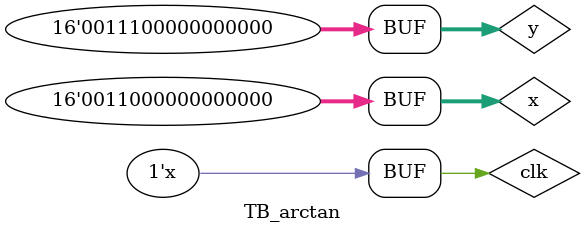
<source format=v>
`timescale 1ns / 1ps


module TB_arctan;


	//Inputs
	reg [15:0] x;
	reg [15:0] y;
	reg clk;

	// Outputs
	wire [15:0] z;

	// Instantiate the Unit Under Test (UUT)
	arctan uut (
		.clk(clk),
		.x(x),
		.y(y),
		.z(z)
	);

	initial begin
		// Initialize Inputs
		clk =0;
		
		// Wait 100 ns for global reset to finish
		#200 x=16'b0010100000000000;y=16'b0010000000000000; 
		#200 x=16'b0010000000000000;y=16'b0010100000000000; 
		#200 x=16'b0011000000000000;y=16'b0010000000000000; 
		#200 x=16'b0011100000000000;y=16'b0010000000000000; 
		#200 x=16'b0011000000000000;y=16'b0011100000000000; 
		
		// Add stimulus here
	end
	
	always begin
	#10 clk = ~clk;
   end   
endmodule


</source>
